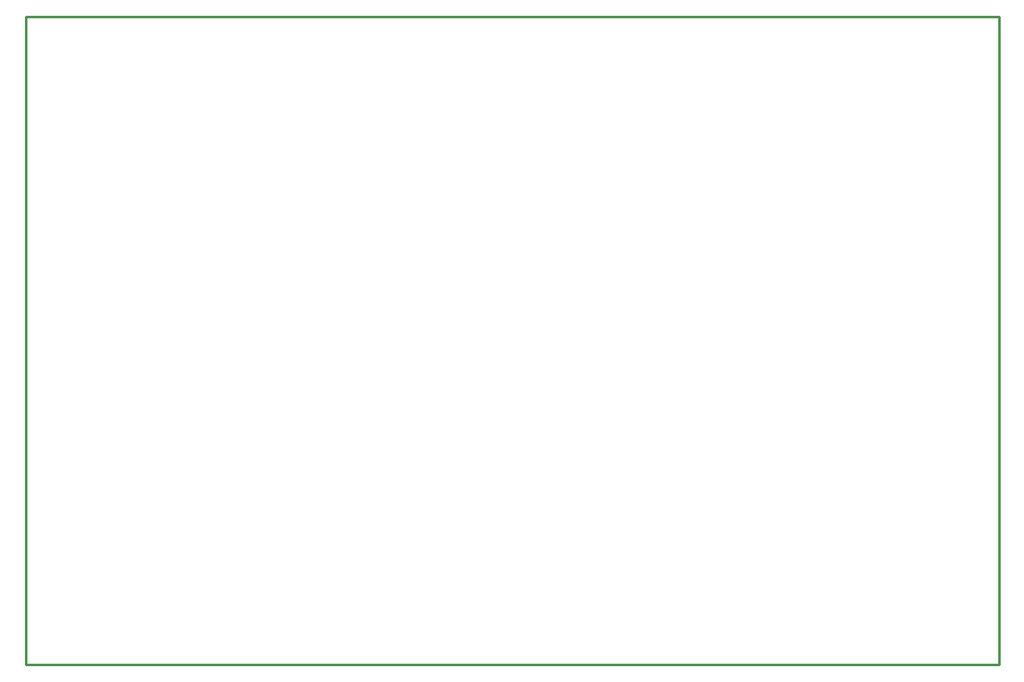
<source format=gko>
G04 Layer: BoardOutlineLayer*
G04 EasyEDA v6.5.23, 2023-05-04 17:13:00*
G04 607db096b8b445a3a5bfbfc94cd9f4cc,a707f60854a14c978b55351e1b3b8125,10*
G04 Gerber Generator version 0.2*
G04 Scale: 100 percent, Rotated: No, Reflected: No *
G04 Dimensions in millimeters *
G04 leading zeros omitted , absolute positions ,4 integer and 5 decimal *
%FSLAX45Y45*%
%MOMM*%

%ADD10C,0.2540*%
D10*
X0Y0D02*
G01*
X0Y2540000D01*
X9906000Y2540000D01*
X9906000Y-4051300D01*
X0Y-4051300D01*
X0Y0D01*

%LPD*%
M02*

</source>
